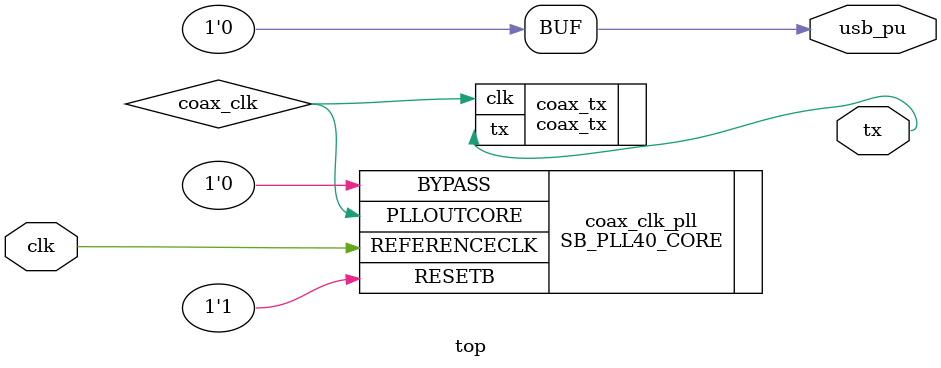
<source format=v>
`default_nettype none

module top (
    input clk,
    output tx,
    output usb_pu
);
    wire coax_clk;

    // 19 MHz
    //
    // icepll -i 16 -o 18.869
    SB_PLL40_CORE #(
        .FEEDBACK_PATH("SIMPLE"),
        .DIVR(4'b0000),        // DIVR =  0
        .DIVF(7'b0100101),     // DIVF = 37
        .DIVQ(3'b101),         // DIVQ =  5
        .FILTER_RANGE(3'b001)  // FILTER_RANGE = 1
    ) coax_clk_pll (
        .RESETB(1'b1),
        .BYPASS(1'b0),
        .REFERENCECLK(clk),
        .PLLOUTCORE(coax_clk)
    );

    coax_tx coax_tx (
        .clk(coax_clk),
        .tx(tx)
    );

    assign usb_pu = 0;
endmodule

</source>
